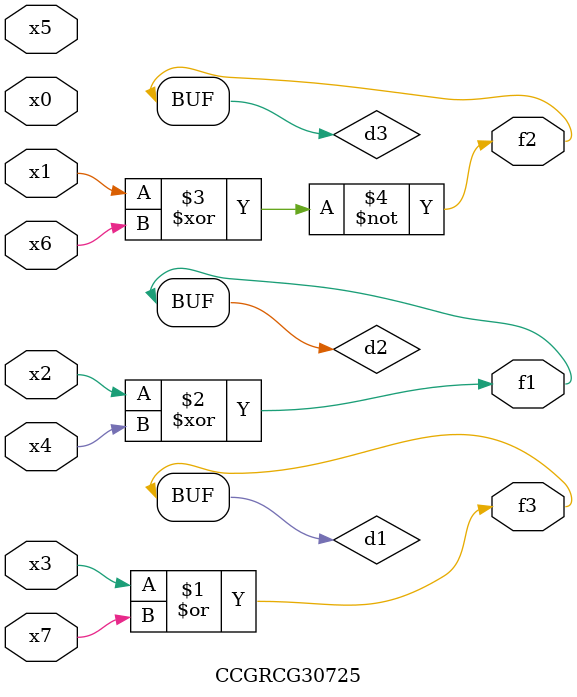
<source format=v>
module CCGRCG30725(
	input x0, x1, x2, x3, x4, x5, x6, x7,
	output f1, f2, f3
);

	wire d1, d2, d3;

	or (d1, x3, x7);
	xor (d2, x2, x4);
	xnor (d3, x1, x6);
	assign f1 = d2;
	assign f2 = d3;
	assign f3 = d1;
endmodule

</source>
